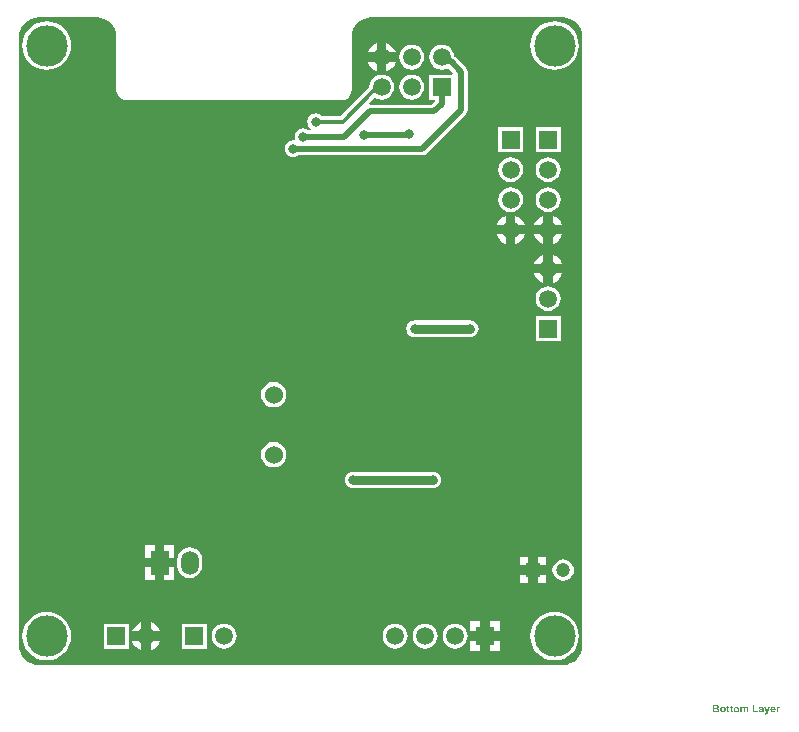
<source format=gbl>
G04*
G04 #@! TF.GenerationSoftware,Altium Limited,Altium Designer,23.3.1 (30)*
G04*
G04 Layer_Physical_Order=2*
G04 Layer_Color=16711680*
%FSLAX25Y25*%
%MOIN*%
G70*
G04*
G04 #@! TF.SameCoordinates,97A15D6B-2EEB-42C3-8D6F-FEDD3E2C4342*
G04*
G04*
G04 #@! TF.FilePolarity,Positive*
G04*
G01*
G75*
%ADD64C,0.01968*%
%ADD65C,0.01181*%
%ADD68C,0.03150*%
%ADD71C,0.13780*%
%ADD72R,0.05906X0.05906*%
%ADD73C,0.05906*%
%ADD74C,0.04724*%
%ADD75R,0.04724X0.04724*%
%ADD76C,0.06000*%
%ADD77R,0.05906X0.05906*%
%ADD78R,0.05906X0.07874*%
%ADD79O,0.05906X0.07874*%
%ADD80C,0.03150*%
%ADD81C,0.03937*%
G36*
X88665Y111652D02*
X89880Y111283D01*
X91000Y110685D01*
X91982Y109879D01*
X92787Y108898D01*
X93386Y107778D01*
X93754Y106563D01*
X93876Y105327D01*
X93871Y105299D01*
X93871Y-97626D01*
X93876Y-97654D01*
X93754Y-98890D01*
X93386Y-100105D01*
X92787Y-101225D01*
X91982Y-102206D01*
X91000Y-103012D01*
X89880Y-103610D01*
X88665Y-103979D01*
X87429Y-104101D01*
X87402Y-104095D01*
X-86905Y-104095D01*
X-87402Y-104095D01*
X-87885Y-104056D01*
X-88665Y-103979D01*
X-89880Y-103610D01*
X-91000Y-103012D01*
X-91982Y-102206D01*
X-92787Y-101225D01*
X-93386Y-100105D01*
X-93754Y-98890D01*
X-93876Y-97654D01*
X-93871Y-97626D01*
X-93871Y104801D01*
X-93871Y104808D01*
X-93871Y105299D01*
X-93831Y105783D01*
X-93754Y106563D01*
X-93386Y107778D01*
X-92787Y108898D01*
X-91982Y109879D01*
X-91000Y110685D01*
X-89880Y111283D01*
X-88665Y111652D01*
X-87429Y111774D01*
X-87402Y111768D01*
X-67874D01*
X-67847Y111774D01*
X-66610Y111652D01*
X-65395Y111283D01*
X-64275Y110685D01*
X-63294Y109879D01*
X-62488Y108898D01*
X-61890Y107778D01*
X-61521Y106563D01*
X-61400Y105327D01*
X-61405Y105299D01*
Y87500D01*
X-61407D01*
X-61292Y86626D01*
X-60955Y85812D01*
X-60418Y85113D01*
X-59719Y84577D01*
X-58905Y84240D01*
X-58031Y84125D01*
Y84127D01*
X13657D01*
Y84125D01*
X14531Y84240D01*
X15345Y84577D01*
X16044Y85113D01*
X16581Y85812D01*
X16918Y86626D01*
X17033Y87500D01*
X17031D01*
Y105299D01*
X17026Y105327D01*
X17147Y106563D01*
X17516Y107778D01*
X18114Y108898D01*
X18920Y109879D01*
X19901Y110685D01*
X21021Y111283D01*
X22236Y111652D01*
X23472Y111774D01*
X23500Y111768D01*
X87402Y111768D01*
X87429Y111774D01*
X88665Y111652D01*
D02*
G37*
G36*
X148681Y-118041D02*
X148700Y-118043D01*
X148746Y-118049D01*
X148798Y-118057D01*
X148855Y-118073D01*
X148913Y-118093D01*
X148967Y-118120D01*
X148970D01*
X148973Y-118123D01*
X148989Y-118136D01*
X149014Y-118155D01*
X149046Y-118180D01*
X149079Y-118215D01*
X149115Y-118256D01*
X149147Y-118306D01*
X149175Y-118360D01*
X149177Y-118366D01*
X149180Y-118374D01*
X149183Y-118382D01*
X149186Y-118396D01*
X149191Y-118412D01*
X149197Y-118428D01*
X149202Y-118450D01*
X149205Y-118477D01*
X149210Y-118505D01*
X149216Y-118535D01*
X149218Y-118570D01*
X149221Y-118606D01*
X149224Y-118647D01*
X149227Y-118693D01*
Y-118740D01*
Y-119905D01*
X148743D01*
Y-118862D01*
Y-118860D01*
Y-118851D01*
Y-118838D01*
Y-118819D01*
X148741Y-118797D01*
Y-118772D01*
X148738Y-118715D01*
X148730Y-118658D01*
X148722Y-118598D01*
X148716Y-118573D01*
X148708Y-118549D01*
X148700Y-118527D01*
X148691Y-118510D01*
X148689Y-118505D01*
X148678Y-118494D01*
X148664Y-118477D01*
X148642Y-118458D01*
X148612Y-118439D01*
X148577Y-118423D01*
X148536Y-118412D01*
X148487Y-118406D01*
X148470D01*
X148451Y-118409D01*
X148424Y-118415D01*
X148397Y-118423D01*
X148364Y-118434D01*
X148331Y-118447D01*
X148296Y-118469D01*
X148293Y-118472D01*
X148282Y-118480D01*
X148266Y-118497D01*
X148247Y-118516D01*
X148225Y-118540D01*
X148203Y-118573D01*
X148184Y-118608D01*
X148167Y-118652D01*
X148165Y-118658D01*
Y-118666D01*
X148162Y-118674D01*
X148159Y-118688D01*
X148156Y-118704D01*
X148151Y-118720D01*
X148148Y-118742D01*
X148145Y-118767D01*
X148140Y-118797D01*
X148137Y-118827D01*
X148135Y-118860D01*
X148132Y-118898D01*
Y-118939D01*
X148129Y-118983D01*
Y-119029D01*
Y-119905D01*
X147646D01*
Y-118906D01*
Y-118903D01*
Y-118895D01*
Y-118881D01*
Y-118862D01*
Y-118841D01*
Y-118816D01*
X147643Y-118761D01*
X147640Y-118704D01*
X147635Y-118647D01*
X147632Y-118622D01*
X147627Y-118598D01*
X147624Y-118579D01*
X147619Y-118562D01*
Y-118559D01*
X147613Y-118549D01*
X147608Y-118535D01*
X147599Y-118518D01*
X147575Y-118480D01*
X147558Y-118461D01*
X147539Y-118445D01*
X147537Y-118442D01*
X147529Y-118439D01*
X147518Y-118434D01*
X147501Y-118426D01*
X147479Y-118417D01*
X147455Y-118412D01*
X147425Y-118409D01*
X147392Y-118406D01*
X147373D01*
X147351Y-118409D01*
X147324Y-118415D01*
X147294Y-118423D01*
X147261Y-118434D01*
X147225Y-118447D01*
X147190Y-118469D01*
X147187Y-118472D01*
X147176Y-118480D01*
X147160Y-118494D01*
X147141Y-118513D01*
X147122Y-118538D01*
X147100Y-118568D01*
X147081Y-118603D01*
X147064Y-118644D01*
X147062Y-118649D01*
Y-118655D01*
X147059Y-118666D01*
X147056Y-118677D01*
X147054Y-118693D01*
X147048Y-118712D01*
X147045Y-118731D01*
X147043Y-118756D01*
X147037Y-118783D01*
X147034Y-118816D01*
X147032Y-118849D01*
X147029Y-118887D01*
Y-118928D01*
X147026Y-118972D01*
Y-119018D01*
Y-119905D01*
X146543D01*
Y-118079D01*
X146988D01*
Y-118330D01*
X146991Y-118327D01*
X146999Y-118316D01*
X147012Y-118303D01*
X147032Y-118284D01*
X147054Y-118262D01*
X147081Y-118237D01*
X147114Y-118210D01*
X147149Y-118183D01*
X147187Y-118155D01*
X147231Y-118131D01*
X147277Y-118106D01*
X147327Y-118084D01*
X147381Y-118065D01*
X147436Y-118052D01*
X147496Y-118041D01*
X147556Y-118038D01*
X147586D01*
X147599Y-118041D01*
X147619D01*
X147660Y-118046D01*
X147706Y-118057D01*
X147758Y-118068D01*
X147810Y-118087D01*
X147859Y-118112D01*
X147862D01*
X147864Y-118114D01*
X147881Y-118125D01*
X147905Y-118142D01*
X147935Y-118166D01*
X147968Y-118196D01*
X148003Y-118235D01*
X148039Y-118278D01*
X148072Y-118330D01*
X148074Y-118327D01*
X148077Y-118325D01*
X148083Y-118316D01*
X148094Y-118306D01*
X148118Y-118281D01*
X148148Y-118248D01*
X148189Y-118213D01*
X148233Y-118175D01*
X148279Y-118142D01*
X148331Y-118112D01*
X148334D01*
X148337Y-118109D01*
X148345Y-118104D01*
X148356Y-118101D01*
X148383Y-118087D01*
X148421Y-118073D01*
X148465Y-118062D01*
X148517Y-118049D01*
X148571Y-118041D01*
X148629Y-118038D01*
X148661D01*
X148681Y-118041D01*
D02*
G37*
G36*
X159592D02*
X159609Y-118043D01*
X159650Y-118049D01*
X159699Y-118060D01*
X159753Y-118076D01*
X159811Y-118101D01*
X159868Y-118131D01*
X159718Y-118551D01*
X159713Y-118549D01*
X159696Y-118538D01*
X159674Y-118527D01*
X159644Y-118510D01*
X159609Y-118497D01*
X159571Y-118483D01*
X159532Y-118475D01*
X159491Y-118472D01*
X159475D01*
X159456Y-118475D01*
X159431Y-118480D01*
X159404Y-118486D01*
X159377Y-118497D01*
X159347Y-118510D01*
X159319Y-118529D01*
X159317Y-118532D01*
X159309Y-118540D01*
X159295Y-118554D01*
X159278Y-118576D01*
X159262Y-118603D01*
X159243Y-118639D01*
X159224Y-118679D01*
X159207Y-118731D01*
Y-118734D01*
X159205Y-118740D01*
Y-118748D01*
X159202Y-118761D01*
X159199Y-118778D01*
X159196Y-118802D01*
X159191Y-118830D01*
X159188Y-118862D01*
X159186Y-118901D01*
X159180Y-118944D01*
X159177Y-118993D01*
X159175Y-119051D01*
X159172Y-119114D01*
Y-119182D01*
X159169Y-119258D01*
Y-119343D01*
Y-119905D01*
X158686D01*
Y-118079D01*
X159134D01*
Y-118341D01*
X159136Y-118338D01*
X159139Y-118333D01*
X159145Y-118325D01*
X159153Y-118311D01*
X159175Y-118278D01*
X159202Y-118240D01*
X159235Y-118199D01*
X159267Y-118161D01*
X159303Y-118125D01*
X159322Y-118109D01*
X159338Y-118098D01*
X159344Y-118095D01*
X159355Y-118090D01*
X159374Y-118079D01*
X159399Y-118068D01*
X159431Y-118057D01*
X159467Y-118046D01*
X159505Y-118041D01*
X159549Y-118038D01*
X159576D01*
X159592Y-118041D01*
D02*
G37*
G36*
X155795Y-119837D02*
X155678Y-120154D01*
Y-120156D01*
X155675Y-120162D01*
X155672Y-120170D01*
X155667Y-120181D01*
X155656Y-120208D01*
X155639Y-120244D01*
X155620Y-120282D01*
X155601Y-120323D01*
X155579Y-120361D01*
X155557Y-120397D01*
X155555Y-120399D01*
X155546Y-120410D01*
X155536Y-120427D01*
X155519Y-120446D01*
X155500Y-120468D01*
X155478Y-120490D01*
X155451Y-120511D01*
X155424Y-120533D01*
X155421Y-120536D01*
X155410Y-120541D01*
X155394Y-120552D01*
X155375Y-120563D01*
X155347Y-120577D01*
X155315Y-120590D01*
X155279Y-120604D01*
X155241Y-120615D01*
X155235D01*
X155222Y-120621D01*
X155200Y-120623D01*
X155170Y-120629D01*
X155134Y-120634D01*
X155093Y-120640D01*
X155047Y-120642D01*
X154995Y-120645D01*
X154971D01*
X154943Y-120642D01*
X154910D01*
X154867Y-120637D01*
X154823Y-120632D01*
X154774Y-120626D01*
X154725Y-120615D01*
X154681Y-120236D01*
X154687D01*
X154700Y-120238D01*
X154722Y-120244D01*
X154749Y-120247D01*
X154779Y-120252D01*
X154815Y-120257D01*
X154883Y-120260D01*
X154900D01*
X154910Y-120257D01*
X154940Y-120255D01*
X154979Y-120247D01*
X155017Y-120236D01*
X155061Y-120217D01*
X155099Y-120192D01*
X155132Y-120159D01*
X155134Y-120154D01*
X155145Y-120140D01*
X155159Y-120121D01*
X155178Y-120091D01*
X155197Y-120055D01*
X155219Y-120012D01*
X155238Y-119965D01*
X155254Y-119911D01*
X154564Y-118079D01*
X155077D01*
X155511Y-119378D01*
X155940Y-118079D01*
X156439D01*
X155795Y-119837D01*
D02*
G37*
G36*
X153627Y-118041D02*
X153660D01*
X153693Y-118043D01*
X153731Y-118049D01*
X153810Y-118057D01*
X153889Y-118071D01*
X153966Y-118090D01*
X153999Y-118104D01*
X154031Y-118117D01*
X154034D01*
X154040Y-118120D01*
X154048Y-118125D01*
X154056Y-118131D01*
X154086Y-118147D01*
X154119Y-118169D01*
X154157Y-118199D01*
X154192Y-118232D01*
X154228Y-118270D01*
X154255Y-118311D01*
X154258Y-118316D01*
X154261Y-118325D01*
X154266Y-118333D01*
X154272Y-118347D01*
X154277Y-118366D01*
X154282Y-118385D01*
X154288Y-118409D01*
X154294Y-118437D01*
X154299Y-118467D01*
X154304Y-118502D01*
X154310Y-118543D01*
X154315Y-118587D01*
X154318Y-118633D01*
X154321Y-118685D01*
Y-118742D01*
X154313Y-119307D01*
Y-119310D01*
Y-119318D01*
Y-119329D01*
Y-119346D01*
Y-119368D01*
Y-119389D01*
X154315Y-119441D01*
X154318Y-119499D01*
X154321Y-119559D01*
X154326Y-119613D01*
X154332Y-119641D01*
X154334Y-119662D01*
Y-119668D01*
X154340Y-119681D01*
X154345Y-119706D01*
X154353Y-119736D01*
X154364Y-119772D01*
X154381Y-119813D01*
X154400Y-119859D01*
X154422Y-119905D01*
X153944D01*
Y-119903D01*
X153941Y-119897D01*
X153936Y-119886D01*
X153930Y-119870D01*
X153925Y-119851D01*
X153914Y-119826D01*
X153906Y-119796D01*
X153895Y-119763D01*
Y-119761D01*
X153892Y-119755D01*
X153889Y-119739D01*
X153884Y-119720D01*
X153881Y-119711D01*
X153878Y-119706D01*
X153873Y-119711D01*
X153857Y-119725D01*
X153832Y-119747D01*
X153799Y-119774D01*
X153761Y-119801D01*
X153715Y-119832D01*
X153666Y-119862D01*
X153614Y-119886D01*
X153611D01*
X153608Y-119889D01*
X153600Y-119892D01*
X153589Y-119894D01*
X153562Y-119905D01*
X153524Y-119916D01*
X153480Y-119927D01*
X153428Y-119938D01*
X153373Y-119943D01*
X153313Y-119946D01*
X153286D01*
X153267Y-119943D01*
X153242Y-119941D01*
X153215Y-119938D01*
X153185Y-119933D01*
X153152Y-119927D01*
X153081Y-119911D01*
X153008Y-119883D01*
X152969Y-119864D01*
X152934Y-119845D01*
X152901Y-119823D01*
X152868Y-119796D01*
X152866Y-119793D01*
X152860Y-119788D01*
X152855Y-119780D01*
X152844Y-119769D01*
X152830Y-119752D01*
X152816Y-119736D01*
X152803Y-119714D01*
X152789Y-119690D01*
X152773Y-119662D01*
X152759Y-119635D01*
X152732Y-119567D01*
X152721Y-119531D01*
X152716Y-119493D01*
X152710Y-119452D01*
X152707Y-119408D01*
Y-119406D01*
Y-119400D01*
Y-119392D01*
Y-119381D01*
X152710Y-119354D01*
X152716Y-119316D01*
X152726Y-119272D01*
X152737Y-119226D01*
X152757Y-119179D01*
X152781Y-119133D01*
Y-119130D01*
X152784Y-119127D01*
X152795Y-119114D01*
X152811Y-119092D01*
X152836Y-119064D01*
X152863Y-119034D01*
X152898Y-119004D01*
X152939Y-118974D01*
X152986Y-118950D01*
X152989D01*
X152991Y-118947D01*
X152999Y-118944D01*
X153010Y-118939D01*
X153024Y-118933D01*
X153040Y-118925D01*
X153062Y-118920D01*
X153084Y-118912D01*
X153109Y-118903D01*
X153139Y-118893D01*
X153171Y-118884D01*
X153204Y-118873D01*
X153242Y-118865D01*
X153283Y-118854D01*
X153324Y-118843D01*
X153371Y-118835D01*
X153373D01*
X153384Y-118832D01*
X153403Y-118830D01*
X153425Y-118824D01*
X153453Y-118819D01*
X153485Y-118813D01*
X153521Y-118805D01*
X153559Y-118797D01*
X153636Y-118778D01*
X153715Y-118759D01*
X153750Y-118748D01*
X153786Y-118737D01*
X153816Y-118726D01*
X153843Y-118715D01*
Y-118669D01*
Y-118666D01*
Y-118663D01*
Y-118644D01*
X153840Y-118620D01*
X153835Y-118589D01*
X153827Y-118557D01*
X153813Y-118524D01*
X153797Y-118491D01*
X153772Y-118467D01*
X153769Y-118464D01*
X153758Y-118458D01*
X153739Y-118447D01*
X153715Y-118437D01*
X153679Y-118426D01*
X153633Y-118415D01*
X153605Y-118412D01*
X153578Y-118409D01*
X153545Y-118406D01*
X153488D01*
X153463Y-118409D01*
X153436Y-118412D01*
X153403Y-118420D01*
X153368Y-118428D01*
X153335Y-118442D01*
X153305Y-118458D01*
X153303Y-118461D01*
X153294Y-118469D01*
X153281Y-118480D01*
X153264Y-118499D01*
X153245Y-118524D01*
X153226Y-118557D01*
X153207Y-118595D01*
X153191Y-118639D01*
X152757Y-118559D01*
Y-118557D01*
X152759Y-118549D01*
X152765Y-118535D01*
X152770Y-118516D01*
X152778Y-118494D01*
X152789Y-118469D01*
X152816Y-118412D01*
X152852Y-118347D01*
X152896Y-118281D01*
X152948Y-118221D01*
X152978Y-118191D01*
X153010Y-118166D01*
X153013Y-118164D01*
X153018Y-118161D01*
X153030Y-118155D01*
X153043Y-118147D01*
X153062Y-118136D01*
X153087Y-118125D01*
X153114Y-118114D01*
X153144Y-118101D01*
X153182Y-118090D01*
X153221Y-118079D01*
X153264Y-118068D01*
X153313Y-118057D01*
X153365Y-118049D01*
X153423Y-118043D01*
X153483Y-118038D01*
X153603D01*
X153627Y-118041D01*
D02*
G37*
G36*
X151211Y-119479D02*
X152475D01*
Y-119905D01*
X150704D01*
Y-117407D01*
X151211D01*
Y-119479D01*
D02*
G37*
G36*
X138544Y-117388D02*
X138577D01*
X138651Y-117391D01*
X138724Y-117396D01*
X138795Y-117405D01*
X138825Y-117407D01*
X138855Y-117413D01*
X138861D01*
X138869Y-117415D01*
X138880Y-117418D01*
X138907Y-117424D01*
X138943Y-117435D01*
X138984Y-117448D01*
X139027Y-117467D01*
X139074Y-117489D01*
X139117Y-117517D01*
X139120D01*
X139123Y-117519D01*
X139137Y-117530D01*
X139158Y-117549D01*
X139186Y-117571D01*
X139216Y-117604D01*
X139248Y-117639D01*
X139281Y-117680D01*
X139311Y-117727D01*
Y-117729D01*
X139314Y-117732D01*
X139319Y-117740D01*
X139325Y-117749D01*
X139336Y-117776D01*
X139352Y-117811D01*
X139366Y-117855D01*
X139380Y-117907D01*
X139388Y-117962D01*
X139390Y-118022D01*
Y-118024D01*
Y-118030D01*
Y-118038D01*
X139388Y-118052D01*
Y-118068D01*
X139385Y-118084D01*
X139380Y-118128D01*
X139366Y-118180D01*
X139349Y-118235D01*
X139328Y-118289D01*
X139295Y-118347D01*
Y-118349D01*
X139289Y-118352D01*
X139284Y-118360D01*
X139278Y-118371D01*
X139257Y-118396D01*
X139227Y-118428D01*
X139188Y-118464D01*
X139145Y-118502D01*
X139093Y-118538D01*
X139035Y-118568D01*
X139038D01*
X139046Y-118570D01*
X139057Y-118576D01*
X139074Y-118581D01*
X139093Y-118589D01*
X139115Y-118598D01*
X139166Y-118622D01*
X139221Y-118652D01*
X139281Y-118693D01*
X139339Y-118740D01*
X139388Y-118797D01*
X139390Y-118800D01*
X139393Y-118805D01*
X139399Y-118813D01*
X139407Y-118824D01*
X139418Y-118841D01*
X139429Y-118860D01*
X139439Y-118881D01*
X139450Y-118903D01*
X139472Y-118961D01*
X139494Y-119024D01*
X139508Y-119097D01*
X139513Y-119135D01*
Y-119176D01*
Y-119179D01*
Y-119185D01*
Y-119193D01*
Y-119206D01*
X139511Y-119220D01*
X139508Y-119239D01*
X139502Y-119283D01*
X139494Y-119335D01*
X139478Y-119389D01*
X139459Y-119449D01*
X139431Y-119512D01*
Y-119515D01*
X139429Y-119520D01*
X139423Y-119528D01*
X139418Y-119539D01*
X139399Y-119570D01*
X139374Y-119605D01*
X139344Y-119646D01*
X139306Y-119690D01*
X139262Y-119733D01*
X139213Y-119772D01*
X139210D01*
X139207Y-119774D01*
X139199Y-119780D01*
X139188Y-119788D01*
X139175Y-119793D01*
X139158Y-119801D01*
X139120Y-119821D01*
X139071Y-119843D01*
X139011Y-119862D01*
X138945Y-119878D01*
X138872Y-119889D01*
X138858D01*
X138844Y-119892D01*
X138828D01*
X138806Y-119894D01*
X138779D01*
X138749Y-119897D01*
X138711D01*
X138667Y-119900D01*
X138618D01*
X138560Y-119903D01*
X138427D01*
X138347Y-119905D01*
X137403D01*
Y-117385D01*
X138511D01*
X138544Y-117388D01*
D02*
G37*
G36*
X157482Y-118041D02*
X157512Y-118043D01*
X157545Y-118046D01*
X157586Y-118052D01*
X157630Y-118060D01*
X157676Y-118071D01*
X157728Y-118087D01*
X157780Y-118104D01*
X157832Y-118125D01*
X157886Y-118153D01*
X157938Y-118183D01*
X157990Y-118218D01*
X158039Y-118262D01*
X158085Y-118308D01*
X158088Y-118311D01*
X158096Y-118322D01*
X158107Y-118335D01*
X158121Y-118357D01*
X158140Y-118387D01*
X158159Y-118423D01*
X158181Y-118464D01*
X158203Y-118510D01*
X158225Y-118565D01*
X158244Y-118628D01*
X158263Y-118693D01*
X158279Y-118767D01*
X158293Y-118849D01*
X158304Y-118936D01*
X158312Y-119029D01*
Y-119130D01*
X157103D01*
Y-119133D01*
Y-119138D01*
Y-119152D01*
X157105Y-119166D01*
X157108Y-119185D01*
X157111Y-119206D01*
X157119Y-119253D01*
X157133Y-119307D01*
X157152Y-119365D01*
X157179Y-119419D01*
X157217Y-119468D01*
X157220D01*
X157223Y-119474D01*
X157236Y-119488D01*
X157261Y-119507D01*
X157294Y-119526D01*
X157335Y-119548D01*
X157384Y-119567D01*
X157438Y-119580D01*
X157468Y-119583D01*
X157499Y-119586D01*
X157518D01*
X157537Y-119583D01*
X157564Y-119578D01*
X157594Y-119572D01*
X157624Y-119561D01*
X157657Y-119545D01*
X157687Y-119526D01*
X157690Y-119523D01*
X157701Y-119515D01*
X157714Y-119499D01*
X157730Y-119477D01*
X157752Y-119449D01*
X157772Y-119414D01*
X157791Y-119373D01*
X157807Y-119324D01*
X158287Y-119406D01*
Y-119408D01*
X158282Y-119417D01*
X158276Y-119430D01*
X158271Y-119449D01*
X158260Y-119471D01*
X158247Y-119496D01*
X158233Y-119526D01*
X158217Y-119556D01*
X158176Y-119621D01*
X158124Y-119687D01*
X158064Y-119752D01*
X158028Y-119782D01*
X157993Y-119810D01*
X157990Y-119813D01*
X157984Y-119815D01*
X157974Y-119823D01*
X157957Y-119832D01*
X157938Y-119843D01*
X157913Y-119853D01*
X157886Y-119864D01*
X157856Y-119878D01*
X157821Y-119892D01*
X157782Y-119903D01*
X157741Y-119913D01*
X157698Y-119924D01*
X157651Y-119933D01*
X157599Y-119941D01*
X157548Y-119943D01*
X157493Y-119946D01*
X157471D01*
X157447Y-119943D01*
X157414Y-119941D01*
X157376Y-119938D01*
X157329Y-119930D01*
X157280Y-119922D01*
X157226Y-119908D01*
X157168Y-119892D01*
X157111Y-119870D01*
X157053Y-119845D01*
X156993Y-119815D01*
X156939Y-119780D01*
X156884Y-119739D01*
X156835Y-119692D01*
X156789Y-119638D01*
X156786Y-119635D01*
X156781Y-119627D01*
X156772Y-119613D01*
X156761Y-119591D01*
X156748Y-119567D01*
X156731Y-119539D01*
X156715Y-119504D01*
X156699Y-119466D01*
X156682Y-119422D01*
X156666Y-119373D01*
X156649Y-119321D01*
X156636Y-119266D01*
X156625Y-119206D01*
X156617Y-119144D01*
X156611Y-119075D01*
X156608Y-119007D01*
Y-119002D01*
Y-118988D01*
X156611Y-118963D01*
Y-118933D01*
X156617Y-118895D01*
X156622Y-118849D01*
X156628Y-118802D01*
X156639Y-118748D01*
X156649Y-118693D01*
X156666Y-118636D01*
X156685Y-118576D01*
X156707Y-118516D01*
X156734Y-118458D01*
X156767Y-118401D01*
X156802Y-118347D01*
X156843Y-118297D01*
X156846Y-118295D01*
X156854Y-118286D01*
X156868Y-118273D01*
X156887Y-118256D01*
X156909Y-118237D01*
X156939Y-118215D01*
X156972Y-118191D01*
X157007Y-118166D01*
X157048Y-118144D01*
X157094Y-118120D01*
X157144Y-118098D01*
X157198Y-118079D01*
X157253Y-118062D01*
X157313Y-118049D01*
X157378Y-118041D01*
X157444Y-118038D01*
X157463D01*
X157482Y-118041D01*
D02*
G37*
G36*
X145298D02*
X145325Y-118043D01*
X145361Y-118046D01*
X145402Y-118052D01*
X145448Y-118060D01*
X145497Y-118071D01*
X145549Y-118087D01*
X145604Y-118104D01*
X145661Y-118125D01*
X145716Y-118153D01*
X145773Y-118183D01*
X145830Y-118218D01*
X145882Y-118262D01*
X145934Y-118308D01*
X145937Y-118311D01*
X145945Y-118322D01*
X145959Y-118335D01*
X145975Y-118357D01*
X145997Y-118385D01*
X146019Y-118415D01*
X146041Y-118453D01*
X146068Y-118494D01*
X146092Y-118540D01*
X146114Y-118592D01*
X146139Y-118649D01*
X146158Y-118710D01*
X146174Y-118772D01*
X146188Y-118841D01*
X146196Y-118912D01*
X146199Y-118988D01*
Y-118993D01*
Y-119007D01*
X146196Y-119029D01*
Y-119056D01*
X146191Y-119092D01*
X146185Y-119133D01*
X146177Y-119179D01*
X146166Y-119228D01*
X146153Y-119283D01*
X146133Y-119337D01*
X146112Y-119395D01*
X146087Y-119452D01*
X146054Y-119512D01*
X146019Y-119567D01*
X145978Y-119624D01*
X145931Y-119676D01*
X145929Y-119679D01*
X145921Y-119687D01*
X145904Y-119701D01*
X145882Y-119717D01*
X145858Y-119739D01*
X145825Y-119761D01*
X145790Y-119785D01*
X145749Y-119810D01*
X145702Y-119837D01*
X145650Y-119862D01*
X145596Y-119883D01*
X145536Y-119903D01*
X145473Y-119922D01*
X145405Y-119935D01*
X145334Y-119943D01*
X145260Y-119946D01*
X145235D01*
X145216Y-119943D01*
X145194D01*
X145170Y-119941D01*
X145140Y-119938D01*
X145107Y-119933D01*
X145033Y-119919D01*
X144951Y-119900D01*
X144867Y-119872D01*
X144782Y-119834D01*
X144779Y-119832D01*
X144771Y-119829D01*
X144760Y-119823D01*
X144744Y-119813D01*
X144725Y-119801D01*
X144706Y-119785D01*
X144654Y-119750D01*
X144599Y-119703D01*
X144542Y-119646D01*
X144487Y-119578D01*
X144438Y-119501D01*
Y-119499D01*
X144433Y-119490D01*
X144427Y-119479D01*
X144419Y-119463D01*
X144411Y-119441D01*
X144400Y-119417D01*
X144392Y-119387D01*
X144381Y-119354D01*
X144370Y-119316D01*
X144359Y-119275D01*
X144348Y-119231D01*
X144340Y-119185D01*
X144332Y-119135D01*
X144326Y-119081D01*
X144324Y-119026D01*
X144321Y-118969D01*
Y-118966D01*
Y-118958D01*
Y-118944D01*
X144324Y-118928D01*
Y-118906D01*
X144326Y-118879D01*
X144332Y-118851D01*
X144334Y-118819D01*
X144351Y-118748D01*
X144370Y-118669D01*
X144400Y-118587D01*
X144416Y-118543D01*
X144438Y-118502D01*
X144441Y-118499D01*
X144444Y-118491D01*
X144452Y-118480D01*
X144460Y-118464D01*
X144471Y-118445D01*
X144487Y-118423D01*
X144523Y-118374D01*
X144572Y-118319D01*
X144629Y-118262D01*
X144695Y-118207D01*
X144771Y-118158D01*
X144774Y-118155D01*
X144782Y-118153D01*
X144793Y-118147D01*
X144809Y-118139D01*
X144831Y-118131D01*
X144856Y-118120D01*
X144883Y-118109D01*
X144913Y-118098D01*
X144949Y-118087D01*
X144987Y-118076D01*
X145069Y-118057D01*
X145159Y-118043D01*
X145208Y-118038D01*
X145276D01*
X145298Y-118041D01*
D02*
G37*
G36*
X143767Y-118079D02*
X144097D01*
Y-118464D01*
X143767D01*
Y-119201D01*
Y-119204D01*
Y-119212D01*
Y-119223D01*
Y-119236D01*
Y-119253D01*
Y-119275D01*
Y-119318D01*
X143769Y-119362D01*
Y-119406D01*
X143772Y-119425D01*
Y-119441D01*
X143775Y-119455D01*
Y-119463D01*
Y-119466D01*
X143778Y-119468D01*
X143783Y-119485D01*
X143797Y-119504D01*
X143816Y-119523D01*
X143818D01*
X143821Y-119526D01*
X143829Y-119528D01*
X143840Y-119534D01*
X143865Y-119542D01*
X143898Y-119545D01*
X143911D01*
X143925Y-119542D01*
X143947Y-119539D01*
X143974Y-119534D01*
X144009Y-119526D01*
X144048Y-119515D01*
X144091Y-119501D01*
X144135Y-119875D01*
X144132D01*
X144127Y-119878D01*
X144119Y-119881D01*
X144105Y-119886D01*
X144089Y-119892D01*
X144070Y-119897D01*
X144048Y-119905D01*
X144023Y-119911D01*
X143969Y-119924D01*
X143903Y-119935D01*
X143829Y-119943D01*
X143753Y-119946D01*
X143731D01*
X143707Y-119943D01*
X143674Y-119941D01*
X143638Y-119935D01*
X143600Y-119927D01*
X143559Y-119916D01*
X143518Y-119903D01*
X143513Y-119900D01*
X143502Y-119894D01*
X143483Y-119886D01*
X143461Y-119872D01*
X143436Y-119856D01*
X143409Y-119837D01*
X143387Y-119815D01*
X143365Y-119791D01*
X143362Y-119788D01*
X143357Y-119777D01*
X143349Y-119761D01*
X143338Y-119741D01*
X143327Y-119714D01*
X143316Y-119681D01*
X143305Y-119643D01*
X143297Y-119602D01*
Y-119597D01*
X143294Y-119586D01*
Y-119575D01*
X143292Y-119561D01*
Y-119545D01*
Y-119528D01*
X143289Y-119507D01*
Y-119482D01*
X143286Y-119455D01*
Y-119422D01*
X143283Y-119387D01*
Y-119348D01*
Y-119307D01*
Y-119261D01*
Y-118464D01*
X143062D01*
Y-118079D01*
X143283D01*
Y-117716D01*
X143767Y-117432D01*
Y-118079D01*
D02*
G37*
G36*
X142595D02*
X142926D01*
Y-118464D01*
X142595D01*
Y-119201D01*
Y-119204D01*
Y-119212D01*
Y-119223D01*
Y-119236D01*
Y-119253D01*
Y-119275D01*
Y-119318D01*
X142598Y-119362D01*
Y-119406D01*
X142601Y-119425D01*
Y-119441D01*
X142604Y-119455D01*
Y-119463D01*
Y-119466D01*
X142606Y-119468D01*
X142612Y-119485D01*
X142625Y-119504D01*
X142645Y-119523D01*
X142647D01*
X142650Y-119526D01*
X142658Y-119528D01*
X142669Y-119534D01*
X142694Y-119542D01*
X142726Y-119545D01*
X142740D01*
X142754Y-119542D01*
X142776Y-119539D01*
X142803Y-119534D01*
X142838Y-119526D01*
X142877Y-119515D01*
X142920Y-119501D01*
X142964Y-119875D01*
X142961D01*
X142956Y-119878D01*
X142948Y-119881D01*
X142934Y-119886D01*
X142918Y-119892D01*
X142898Y-119897D01*
X142877Y-119905D01*
X142852Y-119911D01*
X142797Y-119924D01*
X142732Y-119935D01*
X142658Y-119943D01*
X142582Y-119946D01*
X142560D01*
X142535Y-119943D01*
X142503Y-119941D01*
X142467Y-119935D01*
X142429Y-119927D01*
X142388Y-119916D01*
X142347Y-119903D01*
X142341Y-119900D01*
X142331Y-119894D01*
X142312Y-119886D01*
X142290Y-119872D01*
X142265Y-119856D01*
X142238Y-119837D01*
X142216Y-119815D01*
X142194Y-119791D01*
X142191Y-119788D01*
X142186Y-119777D01*
X142178Y-119761D01*
X142167Y-119741D01*
X142156Y-119714D01*
X142145Y-119681D01*
X142134Y-119643D01*
X142126Y-119602D01*
Y-119597D01*
X142123Y-119586D01*
Y-119575D01*
X142120Y-119561D01*
Y-119545D01*
Y-119528D01*
X142118Y-119507D01*
Y-119482D01*
X142115Y-119455D01*
Y-119422D01*
X142112Y-119387D01*
Y-119348D01*
Y-119307D01*
Y-119261D01*
Y-118464D01*
X141891D01*
Y-118079D01*
X142112D01*
Y-117716D01*
X142595Y-117432D01*
Y-118079D01*
D02*
G37*
G36*
X140807Y-118041D02*
X140834Y-118043D01*
X140870Y-118046D01*
X140911Y-118052D01*
X140957Y-118060D01*
X141007Y-118071D01*
X141058Y-118087D01*
X141113Y-118104D01*
X141170Y-118125D01*
X141225Y-118153D01*
X141282Y-118183D01*
X141340Y-118218D01*
X141392Y-118262D01*
X141443Y-118308D01*
X141446Y-118311D01*
X141454Y-118322D01*
X141468Y-118335D01*
X141484Y-118357D01*
X141506Y-118385D01*
X141528Y-118415D01*
X141550Y-118453D01*
X141577Y-118494D01*
X141602Y-118540D01*
X141623Y-118592D01*
X141648Y-118649D01*
X141667Y-118710D01*
X141684Y-118772D01*
X141697Y-118841D01*
X141705Y-118912D01*
X141708Y-118988D01*
Y-118993D01*
Y-119007D01*
X141705Y-119029D01*
Y-119056D01*
X141700Y-119092D01*
X141694Y-119133D01*
X141686Y-119179D01*
X141675Y-119228D01*
X141662Y-119283D01*
X141643Y-119337D01*
X141621Y-119395D01*
X141596Y-119452D01*
X141563Y-119512D01*
X141528Y-119567D01*
X141487Y-119624D01*
X141441Y-119676D01*
X141438Y-119679D01*
X141430Y-119687D01*
X141413Y-119701D01*
X141392Y-119717D01*
X141367Y-119739D01*
X141334Y-119761D01*
X141299Y-119785D01*
X141258Y-119810D01*
X141211Y-119837D01*
X141159Y-119862D01*
X141105Y-119883D01*
X141045Y-119903D01*
X140982Y-119922D01*
X140914Y-119935D01*
X140843Y-119943D01*
X140769Y-119946D01*
X140744D01*
X140725Y-119943D01*
X140703D01*
X140679Y-119941D01*
X140649Y-119938D01*
X140616Y-119933D01*
X140542Y-119919D01*
X140461Y-119900D01*
X140376Y-119872D01*
X140291Y-119834D01*
X140289Y-119832D01*
X140280Y-119829D01*
X140269Y-119823D01*
X140253Y-119813D01*
X140234Y-119801D01*
X140215Y-119785D01*
X140163Y-119750D01*
X140108Y-119703D01*
X140051Y-119646D01*
X139996Y-119578D01*
X139947Y-119501D01*
Y-119499D01*
X139942Y-119490D01*
X139936Y-119479D01*
X139928Y-119463D01*
X139920Y-119441D01*
X139909Y-119417D01*
X139901Y-119387D01*
X139890Y-119354D01*
X139879Y-119316D01*
X139868Y-119275D01*
X139857Y-119231D01*
X139849Y-119185D01*
X139841Y-119135D01*
X139835Y-119081D01*
X139833Y-119026D01*
X139830Y-118969D01*
Y-118966D01*
Y-118958D01*
Y-118944D01*
X139833Y-118928D01*
Y-118906D01*
X139835Y-118879D01*
X139841Y-118851D01*
X139844Y-118819D01*
X139860Y-118748D01*
X139879Y-118669D01*
X139909Y-118587D01*
X139926Y-118543D01*
X139947Y-118502D01*
X139950Y-118499D01*
X139953Y-118491D01*
X139961Y-118480D01*
X139969Y-118464D01*
X139980Y-118445D01*
X139996Y-118423D01*
X140032Y-118374D01*
X140081Y-118319D01*
X140138Y-118262D01*
X140204Y-118207D01*
X140280Y-118158D01*
X140283Y-118155D01*
X140291Y-118153D01*
X140302Y-118147D01*
X140319Y-118139D01*
X140340Y-118131D01*
X140365Y-118120D01*
X140392Y-118109D01*
X140422Y-118098D01*
X140458Y-118087D01*
X140496Y-118076D01*
X140578Y-118057D01*
X140668Y-118043D01*
X140717Y-118038D01*
X140785D01*
X140807Y-118041D01*
D02*
G37*
%LPC*%
G36*
X28575Y103174D02*
Y100075D01*
X31674D01*
X31299Y100982D01*
X30510Y102010D01*
X29482Y102799D01*
X28575Y103174D01*
D02*
G37*
G36*
X25425D02*
X24518Y102799D01*
X23490Y102010D01*
X22701Y100982D01*
X22326Y100075D01*
X25425D01*
Y103174D01*
D02*
G37*
G36*
X37000Y102670D02*
X35921Y102527D01*
X34915Y102111D01*
X34052Y101448D01*
X33389Y100585D01*
X32973Y99579D01*
X32831Y98500D01*
X32973Y97421D01*
X33389Y96415D01*
X34052Y95552D01*
X34915Y94889D01*
X35921Y94473D01*
X37000Y94331D01*
X38079Y94473D01*
X39085Y94889D01*
X39948Y95552D01*
X40611Y96415D01*
X41027Y97421D01*
X41170Y98500D01*
X41027Y99579D01*
X40611Y100585D01*
X39948Y101448D01*
X39085Y102111D01*
X38079Y102527D01*
X37000Y102670D01*
D02*
G37*
G36*
X84646Y110472D02*
X83064Y110316D01*
X81542Y109855D01*
X80140Y109105D01*
X78911Y108097D01*
X77903Y106868D01*
X77153Y105466D01*
X76692Y103944D01*
X76536Y102362D01*
X76692Y100780D01*
X77153Y99259D01*
X77903Y97857D01*
X78911Y96628D01*
X80140Y95619D01*
X81542Y94870D01*
X83064Y94408D01*
X84646Y94252D01*
X86228Y94408D01*
X87749Y94870D01*
X89151Y95619D01*
X90380Y96628D01*
X91389Y97857D01*
X92138Y99259D01*
X92600Y100780D01*
X92756Y102362D01*
X92600Y103944D01*
X92138Y105466D01*
X91389Y106868D01*
X90380Y108097D01*
X89151Y109105D01*
X87749Y109855D01*
X86228Y110316D01*
X84646Y110472D01*
D02*
G37*
G36*
X-84646D02*
X-86228Y110316D01*
X-87749Y109855D01*
X-89151Y109105D01*
X-90380Y108097D01*
X-91389Y106868D01*
X-92138Y105466D01*
X-92600Y103944D01*
X-92756Y102362D01*
X-92600Y100780D01*
X-92138Y99259D01*
X-91389Y97857D01*
X-90380Y96628D01*
X-89151Y95619D01*
X-87749Y94870D01*
X-86228Y94408D01*
X-84646Y94252D01*
X-83064Y94408D01*
X-81542Y94870D01*
X-80140Y95619D01*
X-78911Y96628D01*
X-77903Y97857D01*
X-77153Y99259D01*
X-76692Y100780D01*
X-76536Y102362D01*
X-76692Y103944D01*
X-77153Y105466D01*
X-77903Y106868D01*
X-78911Y108097D01*
X-80140Y109105D01*
X-81542Y109855D01*
X-83064Y110316D01*
X-84646Y110472D01*
D02*
G37*
G36*
X31674Y96925D02*
X28575D01*
Y93826D01*
X29482Y94201D01*
X30510Y94990D01*
X31299Y96018D01*
X31674Y96925D01*
D02*
G37*
G36*
X25425D02*
X22326D01*
X22701Y96018D01*
X23490Y94990D01*
X24518Y94201D01*
X25425Y93826D01*
Y96925D01*
D02*
G37*
G36*
X37000Y92669D02*
X35921Y92527D01*
X34915Y92111D01*
X34052Y91448D01*
X33389Y90585D01*
X32973Y89579D01*
X32831Y88500D01*
X32973Y87421D01*
X33389Y86415D01*
X34052Y85552D01*
X34915Y84889D01*
X35921Y84473D01*
X37000Y84330D01*
X38079Y84473D01*
X39085Y84889D01*
X39948Y85552D01*
X40611Y86415D01*
X41027Y87421D01*
X41170Y88500D01*
X41027Y89579D01*
X40611Y90585D01*
X39948Y91448D01*
X39085Y92111D01*
X38079Y92527D01*
X37000Y92669D01*
D02*
G37*
G36*
X47000Y102670D02*
X45921Y102527D01*
X44915Y102111D01*
X44052Y101448D01*
X43389Y100585D01*
X42973Y99579D01*
X42831Y98500D01*
X42973Y97421D01*
X43389Y96415D01*
X44052Y95552D01*
X44915Y94889D01*
X45921Y94473D01*
X47000Y94331D01*
X48079Y94473D01*
X49017Y94861D01*
X50744Y93134D01*
X50537Y92634D01*
X42866D01*
Y84366D01*
X44675D01*
X44744Y83866D01*
X43586Y82708D01*
X23000D01*
X22962Y82700D01*
X22716Y83161D01*
X24648Y85094D01*
X24915Y84889D01*
X25921Y84473D01*
X27000Y84330D01*
X28079Y84473D01*
X29085Y84889D01*
X29948Y85552D01*
X30611Y86415D01*
X31027Y87421D01*
X31170Y88500D01*
X31027Y89579D01*
X30611Y90585D01*
X29948Y91448D01*
X29085Y92111D01*
X28079Y92527D01*
X27000Y92669D01*
X25921Y92527D01*
X24915Y92111D01*
X24052Y91448D01*
X23389Y90585D01*
X22973Y89579D01*
X22830Y88500D01*
X22845Y88389D01*
X22813Y88368D01*
X13252Y78806D01*
X7088D01*
X6966Y78966D01*
X6390Y79407D01*
X5719Y79685D01*
X5000Y79780D01*
X4281Y79685D01*
X3610Y79407D01*
X3035Y78966D01*
X2593Y78390D01*
X2315Y77719D01*
X2220Y77000D01*
X2315Y76281D01*
X2593Y75610D01*
X3035Y75034D01*
X3460Y74708D01*
X3291Y74208D01*
X2491D01*
X2231Y74407D01*
X1560Y74685D01*
X841Y74780D01*
X122Y74685D01*
X-549Y74407D01*
X-1125Y73966D01*
X-1566Y73390D01*
X-1844Y72719D01*
X-1939Y72000D01*
X-1844Y71281D01*
X-1808Y71193D01*
X-2159Y70735D01*
X-2500Y70780D01*
X-3219Y70685D01*
X-3890Y70407D01*
X-4465Y69965D01*
X-4907Y69390D01*
X-5185Y68719D01*
X-5280Y68000D01*
X-5185Y67281D01*
X-4907Y66610D01*
X-4465Y66035D01*
X-3890Y65593D01*
X-3219Y65315D01*
X-2500Y65220D01*
X-1781Y65315D01*
X-1110Y65593D01*
X-850Y65792D01*
X40500D01*
X41345Y65960D01*
X42061Y66439D01*
X55061Y79439D01*
X55540Y80155D01*
X55708Y81000D01*
Y93500D01*
X55540Y94345D01*
X55061Y95061D01*
X51518Y98604D01*
X51121Y98870D01*
X51027Y99579D01*
X50611Y100585D01*
X49948Y101448D01*
X49085Y102111D01*
X48079Y102527D01*
X47000Y102670D01*
D02*
G37*
G36*
X86634Y75134D02*
X78366D01*
Y66866D01*
X86634D01*
Y75134D01*
D02*
G37*
G36*
X74134D02*
X65866D01*
Y66866D01*
X74134D01*
Y75134D01*
D02*
G37*
G36*
X82500Y65170D02*
X81421Y65027D01*
X80415Y64611D01*
X79552Y63948D01*
X78889Y63085D01*
X78473Y62079D01*
X78330Y61000D01*
X78473Y59921D01*
X78889Y58915D01*
X79552Y58052D01*
X80415Y57389D01*
X81421Y56973D01*
X82500Y56831D01*
X83579Y56973D01*
X84585Y57389D01*
X85448Y58052D01*
X86111Y58915D01*
X86527Y59921D01*
X86669Y61000D01*
X86527Y62079D01*
X86111Y63085D01*
X85448Y63948D01*
X84585Y64611D01*
X83579Y65027D01*
X82500Y65170D01*
D02*
G37*
G36*
X70000D02*
X68921Y65027D01*
X67915Y64611D01*
X67052Y63948D01*
X66389Y63085D01*
X65973Y62079D01*
X65830Y61000D01*
X65973Y59921D01*
X66389Y58915D01*
X67052Y58052D01*
X67915Y57389D01*
X68921Y56973D01*
X70000Y56831D01*
X71079Y56973D01*
X72085Y57389D01*
X72948Y58052D01*
X73611Y58915D01*
X74027Y59921D01*
X74169Y61000D01*
X74027Y62079D01*
X73611Y63085D01*
X72948Y63948D01*
X72085Y64611D01*
X71079Y65027D01*
X70000Y65170D01*
D02*
G37*
G36*
X82500Y55169D02*
X81421Y55027D01*
X80415Y54611D01*
X79552Y53948D01*
X78889Y53085D01*
X78473Y52079D01*
X78330Y51000D01*
X78473Y49921D01*
X78889Y48915D01*
X79552Y48052D01*
X80415Y47389D01*
X81421Y46973D01*
X82500Y46830D01*
X83579Y46973D01*
X84585Y47389D01*
X85448Y48052D01*
X86111Y48915D01*
X86527Y49921D01*
X86669Y51000D01*
X86527Y52079D01*
X86111Y53085D01*
X85448Y53948D01*
X84585Y54611D01*
X83579Y55027D01*
X82500Y55169D01*
D02*
G37*
G36*
X70000D02*
X68921Y55027D01*
X67915Y54611D01*
X67052Y53948D01*
X66389Y53085D01*
X65973Y52079D01*
X65830Y51000D01*
X65973Y49921D01*
X66389Y48915D01*
X67052Y48052D01*
X67915Y47389D01*
X68921Y46973D01*
X70000Y46830D01*
X71079Y46973D01*
X72085Y47389D01*
X72948Y48052D01*
X73611Y48915D01*
X74027Y49921D01*
X74169Y51000D01*
X74027Y52079D01*
X73611Y53085D01*
X72948Y53948D01*
X72085Y54611D01*
X71079Y55027D01*
X70000Y55169D01*
D02*
G37*
G36*
X84075Y45674D02*
Y42575D01*
X87174D01*
X86799Y43482D01*
X86010Y44510D01*
X84982Y45299D01*
X84075Y45674D01*
D02*
G37*
G36*
X71575D02*
Y42575D01*
X74674D01*
X74299Y43482D01*
X73510Y44510D01*
X72482Y45299D01*
X71575Y45674D01*
D02*
G37*
G36*
X68425D02*
X67518Y45299D01*
X66490Y44510D01*
X65701Y43482D01*
X65326Y42575D01*
X68425D01*
Y45674D01*
D02*
G37*
G36*
X80925D02*
X80018Y45299D01*
X78990Y44510D01*
X78201Y43482D01*
X77826Y42575D01*
X80925D01*
Y45674D01*
D02*
G37*
G36*
X87174Y39425D02*
X84075D01*
Y36326D01*
X84982Y36701D01*
X86010Y37490D01*
X86799Y38518D01*
X87174Y39425D01*
D02*
G37*
G36*
X74674D02*
X71575D01*
Y36326D01*
X72482Y36701D01*
X73510Y37490D01*
X74299Y38518D01*
X74674Y39425D01*
D02*
G37*
G36*
X80925D02*
X77826D01*
X78201Y38518D01*
X78990Y37490D01*
X80018Y36701D01*
X80925Y36326D01*
Y39425D01*
D02*
G37*
G36*
X68425D02*
X65326D01*
X65701Y38518D01*
X66490Y37490D01*
X67518Y36701D01*
X68425Y36326D01*
Y39425D01*
D02*
G37*
G36*
X84075Y32674D02*
Y29575D01*
X87174D01*
X86799Y30482D01*
X86010Y31510D01*
X84982Y32299D01*
X84075Y32674D01*
D02*
G37*
G36*
X80925D02*
X80018Y32299D01*
X78990Y31510D01*
X78201Y30482D01*
X77826Y29575D01*
X80925D01*
Y32674D01*
D02*
G37*
G36*
X87174Y26425D02*
X84075D01*
Y23326D01*
X84982Y23701D01*
X86010Y24490D01*
X86799Y25518D01*
X87174Y26425D01*
D02*
G37*
G36*
X80925D02*
X77826D01*
X78201Y25518D01*
X78990Y24490D01*
X80018Y23701D01*
X80925Y23326D01*
Y26425D01*
D02*
G37*
G36*
X82500Y22170D02*
X81421Y22027D01*
X80415Y21611D01*
X79552Y20948D01*
X78889Y20085D01*
X78473Y19079D01*
X78330Y18000D01*
X78473Y16921D01*
X78889Y15915D01*
X79552Y15052D01*
X80415Y14389D01*
X81421Y13973D01*
X82500Y13830D01*
X83579Y13973D01*
X84585Y14389D01*
X85448Y15052D01*
X86111Y15915D01*
X86527Y16921D01*
X86669Y18000D01*
X86527Y19079D01*
X86111Y20085D01*
X85448Y20948D01*
X84585Y21611D01*
X83579Y22027D01*
X82500Y22170D01*
D02*
G37*
G36*
X56500Y10780D02*
X38000D01*
X37281Y10685D01*
X36610Y10407D01*
X36035Y9966D01*
X35593Y9390D01*
X35315Y8719D01*
X35220Y8000D01*
X35315Y7281D01*
X35593Y6610D01*
X36035Y6035D01*
X36610Y5593D01*
X37281Y5315D01*
X38000Y5220D01*
X56500D01*
X57219Y5315D01*
X57890Y5593D01*
X58465Y6035D01*
X58907Y6610D01*
X59185Y7281D01*
X59280Y8000D01*
X59185Y8719D01*
X58907Y9390D01*
X58465Y9966D01*
X57890Y10407D01*
X57219Y10685D01*
X56500Y10780D01*
D02*
G37*
G36*
X86634Y12134D02*
X78366D01*
Y3866D01*
X86634D01*
Y12134D01*
D02*
G37*
G36*
X-9000Y-9783D02*
X-10091Y-9927D01*
X-11109Y-10348D01*
X-11982Y-11018D01*
X-12652Y-11891D01*
X-13073Y-12909D01*
X-13217Y-14000D01*
X-13073Y-15091D01*
X-12652Y-16109D01*
X-11982Y-16982D01*
X-11109Y-17652D01*
X-10091Y-18074D01*
X-9000Y-18217D01*
X-7908Y-18074D01*
X-6891Y-17652D01*
X-6018Y-16982D01*
X-5348Y-16109D01*
X-4927Y-15091D01*
X-4783Y-14000D01*
X-4927Y-12909D01*
X-5348Y-11891D01*
X-6018Y-11018D01*
X-6891Y-10348D01*
X-7908Y-9927D01*
X-9000Y-9783D01*
D02*
G37*
G36*
Y-29783D02*
X-10091Y-29926D01*
X-11109Y-30348D01*
X-11982Y-31018D01*
X-12652Y-31891D01*
X-13073Y-32908D01*
X-13217Y-34000D01*
X-13073Y-35092D01*
X-12652Y-36109D01*
X-11982Y-36982D01*
X-11109Y-37652D01*
X-10091Y-38074D01*
X-9000Y-38217D01*
X-7908Y-38074D01*
X-6891Y-37652D01*
X-6018Y-36982D01*
X-5348Y-36109D01*
X-4927Y-35092D01*
X-4783Y-34000D01*
X-4927Y-32908D01*
X-5348Y-31891D01*
X-6018Y-31018D01*
X-6891Y-30348D01*
X-7908Y-29926D01*
X-9000Y-29783D01*
D02*
G37*
G36*
X44000Y-39720D02*
X17500D01*
X16781Y-39815D01*
X16110Y-40093D01*
X15534Y-40534D01*
X15093Y-41110D01*
X14815Y-41781D01*
X14720Y-42500D01*
X14815Y-43219D01*
X15093Y-43890D01*
X15534Y-44466D01*
X16110Y-44907D01*
X16781Y-45185D01*
X17500Y-45280D01*
X44000D01*
X44719Y-45185D01*
X45390Y-44907D01*
X45965Y-44466D01*
X46407Y-43890D01*
X46685Y-43219D01*
X46780Y-42500D01*
X46685Y-41781D01*
X46407Y-41110D01*
X45965Y-40534D01*
X45390Y-40093D01*
X44719Y-39815D01*
X44000Y-39720D01*
D02*
G37*
G36*
X-42079Y-64095D02*
X-45425D01*
Y-68425D01*
X-42079D01*
Y-64095D01*
D02*
G37*
G36*
X-48575D02*
X-51921D01*
Y-68425D01*
X-48575D01*
Y-64095D01*
D02*
G37*
G36*
X81831Y-68169D02*
X79075D01*
Y-70925D01*
X81831D01*
Y-68169D01*
D02*
G37*
G36*
X75925D02*
X73169D01*
Y-70925D01*
X75925D01*
Y-68169D01*
D02*
G37*
G36*
X-37000Y-64846D02*
X-38079Y-64988D01*
X-39085Y-65405D01*
X-39948Y-66067D01*
X-40611Y-66931D01*
X-41027Y-67937D01*
X-41170Y-69016D01*
Y-70984D01*
X-41027Y-72063D01*
X-40611Y-73069D01*
X-39948Y-73933D01*
X-39085Y-74595D01*
X-38079Y-75012D01*
X-37000Y-75154D01*
X-35921Y-75012D01*
X-34915Y-74595D01*
X-34052Y-73933D01*
X-33389Y-73069D01*
X-32973Y-72063D01*
X-32831Y-70984D01*
Y-69016D01*
X-32973Y-67937D01*
X-33389Y-66931D01*
X-34052Y-66067D01*
X-34915Y-65405D01*
X-35921Y-64988D01*
X-37000Y-64846D01*
D02*
G37*
G36*
X-42079Y-71575D02*
X-45425D01*
Y-75906D01*
X-42079D01*
Y-71575D01*
D02*
G37*
G36*
X-48575D02*
X-51921D01*
Y-75906D01*
X-48575D01*
Y-71575D01*
D02*
G37*
G36*
X87500Y-68926D02*
X86575Y-69048D01*
X85713Y-69405D01*
X84973Y-69973D01*
X84405Y-70713D01*
X84048Y-71575D01*
X83926Y-72500D01*
X84048Y-73425D01*
X84405Y-74287D01*
X84973Y-75027D01*
X85713Y-75595D01*
X86575Y-75952D01*
X87500Y-76074D01*
X88425Y-75952D01*
X89287Y-75595D01*
X90027Y-75027D01*
X90595Y-74287D01*
X90952Y-73425D01*
X91074Y-72500D01*
X90952Y-71575D01*
X90595Y-70713D01*
X90027Y-69973D01*
X89287Y-69405D01*
X88425Y-69048D01*
X87500Y-68926D01*
D02*
G37*
G36*
X81831Y-74075D02*
X79075D01*
Y-76831D01*
X81831D01*
Y-74075D01*
D02*
G37*
G36*
X75925D02*
X73169D01*
Y-76831D01*
X75925D01*
Y-74075D01*
D02*
G37*
G36*
X66421Y-89579D02*
X63075D01*
Y-92925D01*
X66421D01*
Y-89579D01*
D02*
G37*
G36*
X-49925Y-89826D02*
Y-92925D01*
X-46826D01*
X-47201Y-92018D01*
X-47990Y-90990D01*
X-49018Y-90201D01*
X-49925Y-89826D01*
D02*
G37*
G36*
X-53075D02*
X-53982Y-90201D01*
X-55010Y-90990D01*
X-55799Y-92018D01*
X-56174Y-92925D01*
X-53075D01*
Y-89826D01*
D02*
G37*
G36*
X59925Y-89579D02*
X56579D01*
Y-92925D01*
X59925D01*
Y-89579D01*
D02*
G37*
G36*
X-31366Y-90366D02*
X-39634D01*
Y-98634D01*
X-31366D01*
Y-90366D01*
D02*
G37*
G36*
X-57366D02*
X-65634D01*
Y-98634D01*
X-57366D01*
Y-90366D01*
D02*
G37*
G36*
X51500Y-90330D02*
X50421Y-90473D01*
X49415Y-90889D01*
X48552Y-91552D01*
X47889Y-92415D01*
X47473Y-93421D01*
X47330Y-94500D01*
X47473Y-95579D01*
X47889Y-96585D01*
X48552Y-97448D01*
X49415Y-98111D01*
X50421Y-98527D01*
X51500Y-98669D01*
X52579Y-98527D01*
X53585Y-98111D01*
X54448Y-97448D01*
X55111Y-96585D01*
X55527Y-95579D01*
X55669Y-94500D01*
X55527Y-93421D01*
X55111Y-92415D01*
X54448Y-91552D01*
X53585Y-90889D01*
X52579Y-90473D01*
X51500Y-90330D01*
D02*
G37*
G36*
X41500D02*
X40421Y-90473D01*
X39415Y-90889D01*
X38552Y-91552D01*
X37889Y-92415D01*
X37473Y-93421D01*
X37330Y-94500D01*
X37473Y-95579D01*
X37889Y-96585D01*
X38552Y-97448D01*
X39415Y-98111D01*
X40421Y-98527D01*
X41500Y-98669D01*
X42579Y-98527D01*
X43585Y-98111D01*
X44448Y-97448D01*
X45111Y-96585D01*
X45527Y-95579D01*
X45669Y-94500D01*
X45527Y-93421D01*
X45111Y-92415D01*
X44448Y-91552D01*
X43585Y-90889D01*
X42579Y-90473D01*
X41500Y-90330D01*
D02*
G37*
G36*
X31500D02*
X30421Y-90473D01*
X29415Y-90889D01*
X28552Y-91552D01*
X27889Y-92415D01*
X27473Y-93421D01*
X27330Y-94500D01*
X27473Y-95579D01*
X27889Y-96585D01*
X28552Y-97448D01*
X29415Y-98111D01*
X30421Y-98527D01*
X31500Y-98669D01*
X32579Y-98527D01*
X33585Y-98111D01*
X34448Y-97448D01*
X35111Y-96585D01*
X35527Y-95579D01*
X35669Y-94500D01*
X35527Y-93421D01*
X35111Y-92415D01*
X34448Y-91552D01*
X33585Y-90889D01*
X32579Y-90473D01*
X31500Y-90330D01*
D02*
G37*
G36*
X-25500D02*
X-26579Y-90473D01*
X-27585Y-90889D01*
X-28448Y-91552D01*
X-29111Y-92415D01*
X-29527Y-93421D01*
X-29669Y-94500D01*
X-29527Y-95579D01*
X-29111Y-96585D01*
X-28448Y-97448D01*
X-27585Y-98111D01*
X-26579Y-98527D01*
X-25500Y-98669D01*
X-24421Y-98527D01*
X-23415Y-98111D01*
X-22552Y-97448D01*
X-21889Y-96585D01*
X-21473Y-95579D01*
X-21330Y-94500D01*
X-21473Y-93421D01*
X-21889Y-92415D01*
X-22552Y-91552D01*
X-23415Y-90889D01*
X-24421Y-90473D01*
X-25500Y-90330D01*
D02*
G37*
G36*
X-46826Y-96075D02*
X-49925D01*
Y-99174D01*
X-49018Y-98799D01*
X-47990Y-98010D01*
X-47201Y-96982D01*
X-46826Y-96075D01*
D02*
G37*
G36*
X-53075D02*
X-56174D01*
X-55799Y-96982D01*
X-55010Y-98010D01*
X-53982Y-98799D01*
X-53075Y-99174D01*
Y-96075D01*
D02*
G37*
G36*
X66421D02*
X63075D01*
Y-99421D01*
X66421D01*
Y-96075D01*
D02*
G37*
G36*
X59925D02*
X56579D01*
Y-99421D01*
X59925D01*
Y-96075D01*
D02*
G37*
G36*
X84646Y-86378D02*
X83064Y-86534D01*
X81542Y-86996D01*
X80140Y-87745D01*
X78911Y-88754D01*
X77903Y-89983D01*
X77153Y-91385D01*
X76692Y-92906D01*
X76536Y-94488D01*
X76692Y-96070D01*
X77153Y-97592D01*
X77903Y-98994D01*
X78911Y-100223D01*
X80140Y-101231D01*
X81542Y-101981D01*
X83064Y-102442D01*
X84646Y-102598D01*
X86228Y-102442D01*
X87749Y-101981D01*
X89151Y-101231D01*
X90380Y-100223D01*
X91389Y-98994D01*
X92138Y-97592D01*
X92600Y-96070D01*
X92756Y-94488D01*
X92600Y-92906D01*
X92138Y-91385D01*
X91389Y-89983D01*
X90380Y-88754D01*
X89151Y-87745D01*
X87749Y-86996D01*
X86228Y-86534D01*
X84646Y-86378D01*
D02*
G37*
G36*
X-84646D02*
X-86228Y-86534D01*
X-87749Y-86996D01*
X-89151Y-87745D01*
X-90380Y-88754D01*
X-91389Y-89983D01*
X-92138Y-91385D01*
X-92600Y-92906D01*
X-92756Y-94488D01*
X-92600Y-96070D01*
X-92138Y-97592D01*
X-91389Y-98994D01*
X-90380Y-100223D01*
X-89151Y-101231D01*
X-87749Y-101981D01*
X-86228Y-102442D01*
X-84646Y-102598D01*
X-83064Y-102442D01*
X-81542Y-101981D01*
X-80140Y-101231D01*
X-78911Y-100223D01*
X-77903Y-98994D01*
X-77153Y-97592D01*
X-76692Y-96070D01*
X-76536Y-94488D01*
X-76692Y-92906D01*
X-77153Y-91385D01*
X-77903Y-89983D01*
X-78911Y-88754D01*
X-80140Y-87745D01*
X-81542Y-86996D01*
X-83064Y-86534D01*
X-84646Y-86378D01*
D02*
G37*
G36*
X153843Y-119029D02*
X153838Y-119032D01*
X153824Y-119034D01*
X153802Y-119043D01*
X153769Y-119051D01*
X153728Y-119062D01*
X153676Y-119075D01*
X153616Y-119089D01*
X153545Y-119105D01*
X153543D01*
X153537Y-119108D01*
X153526D01*
X153513Y-119114D01*
X153480Y-119122D01*
X153439Y-119130D01*
X153395Y-119144D01*
X153352Y-119157D01*
X153313Y-119171D01*
X153297Y-119179D01*
X153283Y-119187D01*
X153281Y-119190D01*
X153270Y-119198D01*
X153253Y-119215D01*
X153237Y-119234D01*
X153221Y-119258D01*
X153204Y-119288D01*
X153193Y-119321D01*
X153191Y-119357D01*
Y-119362D01*
Y-119373D01*
X153193Y-119392D01*
X153199Y-119417D01*
X153210Y-119444D01*
X153221Y-119474D01*
X153240Y-119501D01*
X153264Y-119531D01*
X153267Y-119534D01*
X153278Y-119542D01*
X153294Y-119556D01*
X153316Y-119567D01*
X153346Y-119580D01*
X153379Y-119594D01*
X153417Y-119602D01*
X153458Y-119605D01*
X153463D01*
X153480Y-119602D01*
X153505Y-119599D01*
X153537Y-119594D01*
X153576Y-119583D01*
X153619Y-119570D01*
X153663Y-119548D01*
X153707Y-119520D01*
X153709Y-119518D01*
X153720Y-119509D01*
X153736Y-119496D01*
X153753Y-119477D01*
X153775Y-119452D01*
X153794Y-119425D01*
X153810Y-119395D01*
X153824Y-119362D01*
Y-119359D01*
X153827Y-119348D01*
X153829Y-119332D01*
X153835Y-119310D01*
X153838Y-119277D01*
X153840Y-119236D01*
X153843Y-119187D01*
Y-119127D01*
Y-119029D01*
D02*
G37*
G36*
X138377Y-117806D02*
X137911D01*
Y-118387D01*
X138402D01*
X138465Y-118385D01*
X138525D01*
X138552Y-118382D01*
X138577D01*
X138599Y-118379D01*
X138620D01*
X138637Y-118377D01*
X138662Y-118371D01*
X138689Y-118363D01*
X138722Y-118352D01*
X138757Y-118335D01*
X138790Y-118316D01*
X138820Y-118292D01*
X138822Y-118289D01*
X138831Y-118278D01*
X138844Y-118262D01*
X138858Y-118237D01*
X138872Y-118210D01*
X138885Y-118175D01*
X138893Y-118136D01*
X138896Y-118093D01*
Y-118087D01*
Y-118073D01*
X138893Y-118052D01*
X138888Y-118027D01*
X138880Y-117997D01*
X138869Y-117964D01*
X138853Y-117934D01*
X138831Y-117904D01*
X138828Y-117902D01*
X138820Y-117893D01*
X138803Y-117880D01*
X138782Y-117866D01*
X138754Y-117850D01*
X138722Y-117836D01*
X138683Y-117825D01*
X138637Y-117817D01*
X138629D01*
X138620Y-117814D01*
X138596D01*
X138577Y-117811D01*
X138530D01*
X138498Y-117809D01*
X138424D01*
X138377Y-117806D01*
D02*
G37*
G36*
X138383Y-118808D02*
X137911D01*
Y-119479D01*
X138470D01*
X138528Y-119477D01*
X138588D01*
X138645Y-119474D01*
X138670Y-119471D01*
X138694D01*
X138713Y-119468D01*
X138730Y-119466D01*
X138735D01*
X138749Y-119460D01*
X138771Y-119455D01*
X138795Y-119444D01*
X138825Y-119430D01*
X138855Y-119414D01*
X138888Y-119392D01*
X138915Y-119365D01*
X138918Y-119362D01*
X138926Y-119351D01*
X138940Y-119332D01*
X138954Y-119307D01*
X138964Y-119277D01*
X138978Y-119242D01*
X138986Y-119198D01*
X138989Y-119152D01*
Y-119146D01*
Y-119133D01*
X138986Y-119111D01*
X138981Y-119086D01*
X138975Y-119056D01*
X138964Y-119024D01*
X138951Y-118991D01*
X138932Y-118961D01*
X138929Y-118958D01*
X138921Y-118947D01*
X138910Y-118933D01*
X138891Y-118917D01*
X138869Y-118898D01*
X138842Y-118879D01*
X138809Y-118862D01*
X138773Y-118846D01*
X138768Y-118843D01*
X138762D01*
X138752Y-118841D01*
X138738Y-118838D01*
X138722Y-118835D01*
X138702Y-118830D01*
X138678Y-118827D01*
X138651Y-118824D01*
X138618Y-118819D01*
X138580Y-118816D01*
X138539Y-118813D01*
X138492Y-118811D01*
X138440D01*
X138383Y-118808D01*
D02*
G37*
G36*
X157471Y-118406D02*
X157455D01*
X157444Y-118409D01*
X157417Y-118412D01*
X157378Y-118420D01*
X157337Y-118434D01*
X157294Y-118456D01*
X157253Y-118486D01*
X157231Y-118502D01*
X157212Y-118524D01*
X157206Y-118529D01*
X157195Y-118546D01*
X157179Y-118570D01*
X157160Y-118606D01*
X157141Y-118649D01*
X157124Y-118704D01*
X157114Y-118764D01*
X157111Y-118835D01*
X157832D01*
Y-118832D01*
Y-118827D01*
Y-118816D01*
X157829Y-118800D01*
X157826Y-118783D01*
X157823Y-118764D01*
X157815Y-118718D01*
X157801Y-118666D01*
X157782Y-118614D01*
X157758Y-118562D01*
X157722Y-118518D01*
X157717Y-118513D01*
X157703Y-118502D01*
X157681Y-118483D01*
X157651Y-118461D01*
X157616Y-118442D01*
X157572Y-118423D01*
X157523Y-118412D01*
X157471Y-118406D01*
D02*
G37*
G36*
X145257Y-118431D02*
X145238D01*
X145227Y-118434D01*
X145211Y-118437D01*
X145192Y-118439D01*
X145148Y-118450D01*
X145096Y-118467D01*
X145044Y-118491D01*
X145017Y-118508D01*
X144992Y-118527D01*
X144965Y-118551D01*
X144940Y-118576D01*
Y-118579D01*
X144935Y-118581D01*
X144930Y-118592D01*
X144921Y-118603D01*
X144910Y-118617D01*
X144899Y-118636D01*
X144889Y-118658D01*
X144878Y-118682D01*
X144867Y-118710D01*
X144856Y-118742D01*
X144845Y-118775D01*
X144834Y-118813D01*
X144826Y-118854D01*
X144820Y-118898D01*
X144818Y-118944D01*
X144815Y-118993D01*
Y-118996D01*
Y-119004D01*
Y-119021D01*
X144818Y-119037D01*
Y-119062D01*
X144820Y-119086D01*
X144826Y-119116D01*
X144831Y-119149D01*
X144845Y-119215D01*
X144867Y-119286D01*
X144899Y-119351D01*
X144919Y-119384D01*
X144940Y-119411D01*
X144943Y-119414D01*
X144946Y-119417D01*
X144954Y-119425D01*
X144962Y-119433D01*
X144992Y-119455D01*
X145028Y-119482D01*
X145074Y-119509D01*
X145129Y-119531D01*
X145189Y-119548D01*
X145222Y-119550D01*
X145257Y-119553D01*
X145276D01*
X145290Y-119550D01*
X145304Y-119548D01*
X145323Y-119545D01*
X145366Y-119534D01*
X145418Y-119518D01*
X145470Y-119493D01*
X145497Y-119477D01*
X145525Y-119458D01*
X145549Y-119436D01*
X145574Y-119411D01*
X145577Y-119408D01*
X145579Y-119403D01*
X145585Y-119395D01*
X145593Y-119384D01*
X145604Y-119370D01*
X145615Y-119351D01*
X145626Y-119329D01*
X145639Y-119305D01*
X145650Y-119277D01*
X145661Y-119245D01*
X145672Y-119209D01*
X145683Y-119174D01*
X145691Y-119133D01*
X145697Y-119089D01*
X145702Y-119040D01*
Y-118991D01*
Y-118988D01*
Y-118980D01*
Y-118963D01*
X145699Y-118947D01*
Y-118922D01*
X145697Y-118898D01*
X145691Y-118868D01*
X145686Y-118838D01*
X145672Y-118770D01*
X145648Y-118701D01*
X145617Y-118636D01*
X145596Y-118603D01*
X145574Y-118576D01*
X145571Y-118573D01*
X145568Y-118570D01*
X145560Y-118562D01*
X145552Y-118554D01*
X145525Y-118529D01*
X145486Y-118502D01*
X145440Y-118477D01*
X145386Y-118453D01*
X145325Y-118437D01*
X145293Y-118434D01*
X145257Y-118431D01*
D02*
G37*
G36*
X140766D02*
X140747D01*
X140736Y-118434D01*
X140720Y-118437D01*
X140701Y-118439D01*
X140657Y-118450D01*
X140605Y-118467D01*
X140553Y-118491D01*
X140526Y-118508D01*
X140501Y-118527D01*
X140474Y-118551D01*
X140450Y-118576D01*
Y-118579D01*
X140444Y-118581D01*
X140439Y-118592D01*
X140430Y-118603D01*
X140420Y-118617D01*
X140409Y-118636D01*
X140398Y-118658D01*
X140387Y-118682D01*
X140376Y-118710D01*
X140365Y-118742D01*
X140354Y-118775D01*
X140343Y-118813D01*
X140335Y-118854D01*
X140330Y-118898D01*
X140327Y-118944D01*
X140324Y-118993D01*
Y-118996D01*
Y-119004D01*
Y-119021D01*
X140327Y-119037D01*
Y-119062D01*
X140330Y-119086D01*
X140335Y-119116D01*
X140340Y-119149D01*
X140354Y-119215D01*
X140376Y-119286D01*
X140409Y-119351D01*
X140428Y-119384D01*
X140450Y-119411D01*
X140452Y-119414D01*
X140455Y-119417D01*
X140463Y-119425D01*
X140471Y-119433D01*
X140501Y-119455D01*
X140537Y-119482D01*
X140583Y-119509D01*
X140638Y-119531D01*
X140698Y-119548D01*
X140731Y-119550D01*
X140766Y-119553D01*
X140785D01*
X140799Y-119550D01*
X140813Y-119548D01*
X140832Y-119545D01*
X140875Y-119534D01*
X140927Y-119518D01*
X140979Y-119493D01*
X141007Y-119477D01*
X141034Y-119458D01*
X141058Y-119436D01*
X141083Y-119411D01*
X141086Y-119408D01*
X141088Y-119403D01*
X141094Y-119395D01*
X141102Y-119384D01*
X141113Y-119370D01*
X141124Y-119351D01*
X141135Y-119329D01*
X141148Y-119305D01*
X141159Y-119277D01*
X141170Y-119245D01*
X141181Y-119209D01*
X141192Y-119174D01*
X141200Y-119133D01*
X141206Y-119089D01*
X141211Y-119040D01*
Y-118991D01*
Y-118988D01*
Y-118980D01*
Y-118963D01*
X141209Y-118947D01*
Y-118922D01*
X141206Y-118898D01*
X141200Y-118868D01*
X141195Y-118838D01*
X141181Y-118770D01*
X141157Y-118701D01*
X141127Y-118636D01*
X141105Y-118603D01*
X141083Y-118576D01*
X141080Y-118573D01*
X141077Y-118570D01*
X141069Y-118562D01*
X141061Y-118554D01*
X141034Y-118529D01*
X140996Y-118502D01*
X140949Y-118477D01*
X140895Y-118453D01*
X140834Y-118437D01*
X140802Y-118434D01*
X140766Y-118431D01*
D02*
G37*
%LPD*%
D64*
X47000Y83000D02*
Y88500D01*
X44500Y80500D02*
X47000Y83000D01*
X23000Y80500D02*
X44500D01*
X14500Y72000D02*
X23000Y80500D01*
X841Y72000D02*
X14500D01*
X-2500Y68000D02*
X40500D01*
X47000Y98500D02*
X48065D01*
X49957Y97043D02*
X53500Y93500D01*
Y81000D02*
Y93500D01*
X48065Y98500D02*
X49523Y97043D01*
X49957D01*
X40500Y68000D02*
X53500Y81000D01*
X21137Y72637D02*
X36089D01*
X36226Y72774D01*
X21000Y72500D02*
X21137Y72637D01*
D65*
X14000Y77000D02*
X24090Y87090D01*
X5000Y77000D02*
X14000D01*
X24312Y87090D02*
X25722Y88500D01*
X27000D01*
X24090Y87090D02*
X24312D01*
D68*
X17500Y-42500D02*
X44000D01*
X38000Y8000D02*
X56500D01*
D71*
X-84646Y102362D02*
D03*
Y-94488D02*
D03*
X84646D02*
D03*
Y102362D02*
D03*
D72*
X47000Y88500D02*
D03*
X-35500Y-94500D02*
D03*
X-61500D02*
D03*
X61500D02*
D03*
D73*
X47000Y98500D02*
D03*
X37000Y88500D02*
D03*
Y98500D02*
D03*
X27000Y88500D02*
D03*
Y98500D02*
D03*
X82500Y28000D02*
D03*
Y18000D02*
D03*
X-25500Y-94500D02*
D03*
X-51500D02*
D03*
X51500D02*
D03*
X41500D02*
D03*
X31500D02*
D03*
X82500Y61000D02*
D03*
Y51000D02*
D03*
Y41000D02*
D03*
X70000Y61000D02*
D03*
Y51000D02*
D03*
Y41000D02*
D03*
D74*
X87500Y-72500D02*
D03*
D75*
X77500D02*
D03*
D76*
X-9000Y-34000D02*
D03*
Y-14000D02*
D03*
D77*
X82500Y8000D02*
D03*
Y71000D02*
D03*
X70000D02*
D03*
D78*
X-47000Y-70000D02*
D03*
D79*
X-37000D02*
D03*
D80*
X69000Y1500D02*
D03*
X76000Y-22500D02*
D03*
X5000Y77000D02*
D03*
X841Y72000D02*
D03*
X-2500Y68000D02*
D03*
X17500Y-42500D02*
D03*
X44000D02*
D03*
X-83000Y56500D02*
D03*
X-84000Y74500D02*
D03*
X56500Y8000D02*
D03*
X36226Y72774D02*
D03*
X21000Y72500D02*
D03*
X50000Y65000D02*
D03*
X-70500Y-15000D02*
D03*
Y-20000D02*
D03*
Y-25000D02*
D03*
X-75748D02*
D03*
Y-15000D02*
D03*
Y-20000D02*
D03*
X-24500Y-6000D02*
D03*
X-1000Y-24000D02*
D03*
X-5500D02*
D03*
X-9500D02*
D03*
X-13500D02*
D03*
X-17500D02*
D03*
X38000Y8000D02*
D03*
X67150Y-76000D02*
D03*
X29850Y-61350D02*
D03*
X-64500Y82500D02*
D03*
X-50000Y11500D02*
D03*
X9000Y-70500D02*
D03*
X26390Y6000D02*
D03*
Y-24000D02*
D03*
X-3500Y-67500D02*
D03*
D81*
X-18500Y-52000D02*
D03*
X-14000D02*
D03*
X-9500D02*
D03*
X-9400Y-46100D02*
D03*
X-13900D02*
D03*
X-18400D02*
D03*
M02*

</source>
